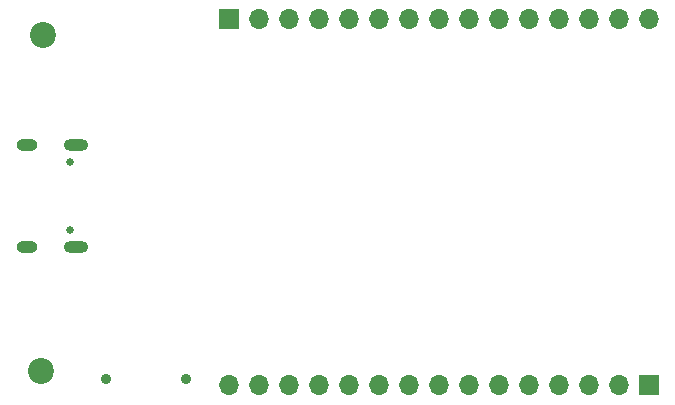
<source format=gbr>
%TF.GenerationSoftware,KiCad,Pcbnew,7.0.5-0*%
%TF.CreationDate,2024-04-29T00:28:01+02:00*%
%TF.ProjectId,esp32-eter,65737033-322d-4657-9465-722e6b696361,rev?*%
%TF.SameCoordinates,Original*%
%TF.FileFunction,Soldermask,Bot*%
%TF.FilePolarity,Negative*%
%FSLAX46Y46*%
G04 Gerber Fmt 4.6, Leading zero omitted, Abs format (unit mm)*
G04 Created by KiCad (PCBNEW 7.0.5-0) date 2024-04-29 00:28:01*
%MOMM*%
%LPD*%
G01*
G04 APERTURE LIST*
%ADD10R,1.700000X1.700000*%
%ADD11O,1.700000X1.700000*%
%ADD12C,0.650000*%
%ADD13O,2.100000X1.000000*%
%ADD14O,1.800000X1.000000*%
%ADD15C,0.900000*%
%ADD16C,2.200000*%
G04 APERTURE END LIST*
D10*
%TO.C,J2*%
X121620000Y-83000000D03*
D11*
X119080000Y-83000000D03*
X116540000Y-83000000D03*
X114000000Y-83000000D03*
X111460000Y-83000000D03*
X108920000Y-83000000D03*
X106380000Y-83000000D03*
X103840000Y-83000000D03*
X101300000Y-83000000D03*
X98760000Y-83000000D03*
X96220000Y-83000000D03*
X93680000Y-83000000D03*
X91140000Y-83000000D03*
X88600000Y-83000000D03*
X86060000Y-83000000D03*
%TD*%
D10*
%TO.C,J3*%
X86060000Y-52000000D03*
D11*
X88600000Y-52000000D03*
X91140000Y-52000000D03*
X93680000Y-52000000D03*
X96220000Y-52000000D03*
X98760000Y-52000000D03*
X101300000Y-52000000D03*
X103840000Y-52000000D03*
X106380000Y-52000000D03*
X108920000Y-52000000D03*
X111460000Y-52000000D03*
X114000000Y-52000000D03*
X116540000Y-52000000D03*
X119080000Y-52000000D03*
X121620000Y-52000000D03*
%TD*%
D12*
%TO.C,J1*%
X72605000Y-64110000D03*
X72605000Y-69890000D03*
D13*
X73105000Y-62680000D03*
D14*
X68925000Y-62680000D03*
D13*
X73105000Y-71320000D03*
D14*
X68925000Y-71320000D03*
%TD*%
D15*
%TO.C,SW2*%
X75600000Y-82500000D03*
X82400000Y-82500000D03*
%TD*%
D16*
%TO.C,H2*%
X70166726Y-81750000D03*
%TD*%
%TO.C,H1*%
X70333274Y-53333274D03*
%TD*%
M02*

</source>
